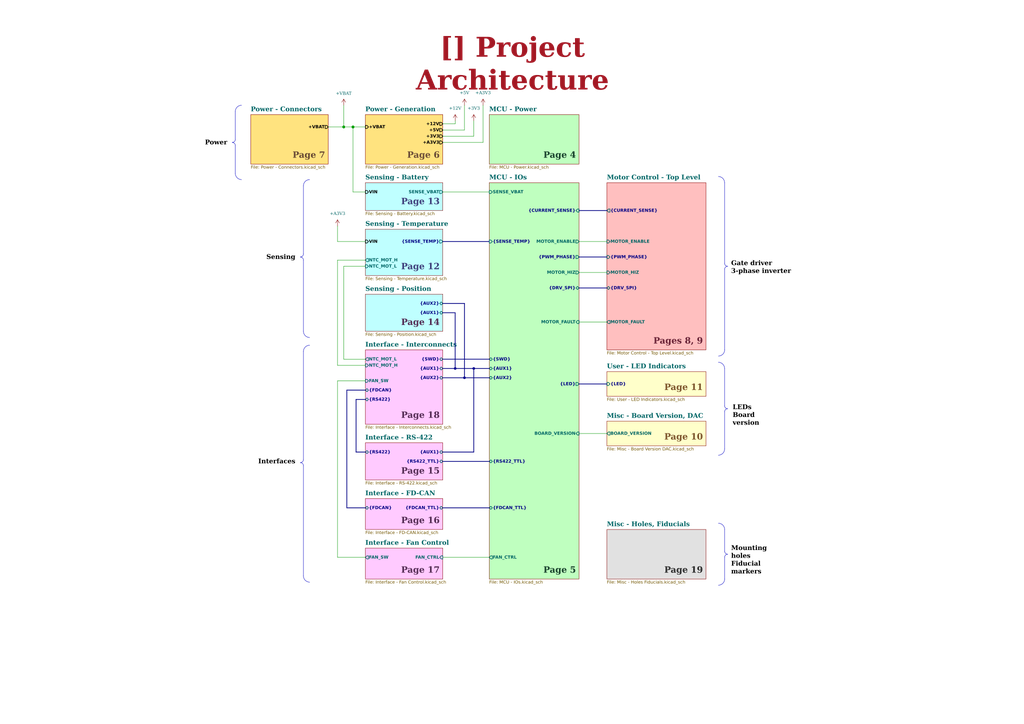
<source format=kicad_sch>
(kicad_sch
	(version 20231120)
	(generator "eeschema")
	(generator_version "8.0")
	(uuid "43756dca-f8f6-4179-bbe2-5af9585c666d")
	(paper "A3")
	(title_block
		(title "Project Architecture")
		(date "2023-12-22")
		(rev "${REVISION}")
		(company "${COMPANY}")
	)
	(lib_symbols
		(symbol "0_power_symbols:+A3V3"
			(power)
			(pin_names
				(offset 0)
			)
			(exclude_from_sim no)
			(in_bom yes)
			(on_board yes)
			(property "Reference" "#PWR"
				(at 0 -3.81 0)
				(effects
					(font
						(size 1.27 1.27)
					)
					(hide yes)
				)
			)
			(property "Value" "+A3V3"
				(at 0 3.556 0)
				(effects
					(font
						(size 1.27 1.27)
					)
				)
			)
			(property "Footprint" ""
				(at 0 0 0)
				(effects
					(font
						(size 1.27 1.27)
					)
					(hide yes)
				)
			)
			(property "Datasheet" ""
				(at 0 0 0)
				(effects
					(font
						(size 1.27 1.27)
					)
					(hide yes)
				)
			)
			(property "Description" "Power symbol creates a global label with name \"+A3V3\""
				(at 0 0 0)
				(effects
					(font
						(size 1.27 1.27)
					)
					(hide yes)
				)
			)
			(property "ki_keywords" "global power"
				(at 0 0 0)
				(effects
					(font
						(size 1.27 1.27)
					)
					(hide yes)
				)
			)
			(symbol "+A3V3_0_1"
				(polyline
					(pts
						(xy -0.762 1.27) (xy 0 2.54)
					)
					(stroke
						(width 0)
						(type default)
					)
					(fill
						(type none)
					)
				)
				(polyline
					(pts
						(xy 0 0) (xy 0 2.54)
					)
					(stroke
						(width 0)
						(type default)
					)
					(fill
						(type none)
					)
				)
				(polyline
					(pts
						(xy 0 2.54) (xy 0.762 1.27)
					)
					(stroke
						(width 0)
						(type default)
					)
					(fill
						(type none)
					)
				)
			)
			(symbol "+A3V3_1_1"
				(pin power_in line
					(at 0 0 90)
					(length 0) hide
					(name "+A3V3"
						(effects
							(font
								(size 1.27 1.27)
							)
						)
					)
					(number "1"
						(effects
							(font
								(size 1.27 1.27)
							)
						)
					)
				)
			)
		)
		(symbol "0_power_symbols:+VBAT"
			(power)
			(pin_names
				(offset 0)
			)
			(exclude_from_sim no)
			(in_bom yes)
			(on_board yes)
			(property "Reference" "#PWR"
				(at 0 -3.81 0)
				(effects
					(font
						(size 1.27 1.27)
					)
					(hide yes)
				)
			)
			(property "Value" "+VBAT"
				(at 0 3.556 0)
				(effects
					(font
						(size 1.27 1.27)
					)
				)
			)
			(property "Footprint" ""
				(at 0 0 0)
				(effects
					(font
						(size 1.27 1.27)
					)
					(hide yes)
				)
			)
			(property "Datasheet" ""
				(at 0 0 0)
				(effects
					(font
						(size 1.27 1.27)
					)
					(hide yes)
				)
			)
			(property "Description" "Power symbol creates a global label with name \"+VBAT\""
				(at 0 0 0)
				(effects
					(font
						(size 1.27 1.27)
					)
					(hide yes)
				)
			)
			(property "ki_keywords" "global power"
				(at 0 0 0)
				(effects
					(font
						(size 1.27 1.27)
					)
					(hide yes)
				)
			)
			(symbol "+VBAT_0_1"
				(polyline
					(pts
						(xy -0.762 1.27) (xy 0 2.54)
					)
					(stroke
						(width 0)
						(type default)
					)
					(fill
						(type none)
					)
				)
				(polyline
					(pts
						(xy 0 0) (xy 0 2.54)
					)
					(stroke
						(width 0)
						(type default)
					)
					(fill
						(type none)
					)
				)
				(polyline
					(pts
						(xy 0 2.54) (xy 0.762 1.27)
					)
					(stroke
						(width 0)
						(type default)
					)
					(fill
						(type none)
					)
				)
			)
			(symbol "+VBAT_1_1"
				(pin power_in line
					(at 0 0 90)
					(length 0) hide
					(name "+VBAT"
						(effects
							(font
								(size 1.27 1.27)
							)
						)
					)
					(number "1"
						(effects
							(font
								(size 1.27 1.27)
							)
						)
					)
				)
			)
		)
		(symbol "power:+12V"
			(power)
			(pin_names
				(offset 0)
			)
			(exclude_from_sim no)
			(in_bom yes)
			(on_board yes)
			(property "Reference" "#PWR"
				(at 0 -3.81 0)
				(effects
					(font
						(size 1.27 1.27)
					)
					(hide yes)
				)
			)
			(property "Value" "+12V"
				(at 0 3.556 0)
				(effects
					(font
						(size 1.27 1.27)
					)
				)
			)
			(property "Footprint" ""
				(at 0 0 0)
				(effects
					(font
						(size 1.27 1.27)
					)
					(hide yes)
				)
			)
			(property "Datasheet" ""
				(at 0 0 0)
				(effects
					(font
						(size 1.27 1.27)
					)
					(hide yes)
				)
			)
			(property "Description" "Power symbol creates a global label with name \"+12V\""
				(at 0 0 0)
				(effects
					(font
						(size 1.27 1.27)
					)
					(hide yes)
				)
			)
			(property "ki_keywords" "global power"
				(at 0 0 0)
				(effects
					(font
						(size 1.27 1.27)
					)
					(hide yes)
				)
			)
			(symbol "+12V_0_1"
				(polyline
					(pts
						(xy -0.762 1.27) (xy 0 2.54)
					)
					(stroke
						(width 0)
						(type default)
					)
					(fill
						(type none)
					)
				)
				(polyline
					(pts
						(xy 0 0) (xy 0 2.54)
					)
					(stroke
						(width 0)
						(type default)
					)
					(fill
						(type none)
					)
				)
				(polyline
					(pts
						(xy 0 2.54) (xy 0.762 1.27)
					)
					(stroke
						(width 0)
						(type default)
					)
					(fill
						(type none)
					)
				)
			)
			(symbol "+12V_1_1"
				(pin power_in line
					(at 0 0 90)
					(length 0) hide
					(name "+12V"
						(effects
							(font
								(size 1.27 1.27)
							)
						)
					)
					(number "1"
						(effects
							(font
								(size 1.27 1.27)
							)
						)
					)
				)
			)
		)
		(symbol "power:+3V3"
			(power)
			(pin_names
				(offset 0)
			)
			(exclude_from_sim no)
			(in_bom yes)
			(on_board yes)
			(property "Reference" "#PWR"
				(at 0 -3.81 0)
				(effects
					(font
						(size 1.27 1.27)
					)
					(hide yes)
				)
			)
			(property "Value" "+3V3"
				(at 0 3.556 0)
				(effects
					(font
						(size 1.27 1.27)
					)
				)
			)
			(property "Footprint" ""
				(at 0 0 0)
				(effects
					(font
						(size 1.27 1.27)
					)
					(hide yes)
				)
			)
			(property "Datasheet" ""
				(at 0 0 0)
				(effects
					(font
						(size 1.27 1.27)
					)
					(hide yes)
				)
			)
			(property "Description" "Power symbol creates a global label with name \"+3V3\""
				(at 0 0 0)
				(effects
					(font
						(size 1.27 1.27)
					)
					(hide yes)
				)
			)
			(property "ki_keywords" "global power"
				(at 0 0 0)
				(effects
					(font
						(size 1.27 1.27)
					)
					(hide yes)
				)
			)
			(symbol "+3V3_0_1"
				(polyline
					(pts
						(xy -0.762 1.27) (xy 0 2.54)
					)
					(stroke
						(width 0)
						(type default)
					)
					(fill
						(type none)
					)
				)
				(polyline
					(pts
						(xy 0 0) (xy 0 2.54)
					)
					(stroke
						(width 0)
						(type default)
					)
					(fill
						(type none)
					)
				)
				(polyline
					(pts
						(xy 0 2.54) (xy 0.762 1.27)
					)
					(stroke
						(width 0)
						(type default)
					)
					(fill
						(type none)
					)
				)
			)
			(symbol "+3V3_1_1"
				(pin power_in line
					(at 0 0 90)
					(length 0) hide
					(name "+3V3"
						(effects
							(font
								(size 1.27 1.27)
							)
						)
					)
					(number "1"
						(effects
							(font
								(size 1.27 1.27)
							)
						)
					)
				)
			)
		)
		(symbol "power:+5V"
			(power)
			(pin_names
				(offset 0)
			)
			(exclude_from_sim no)
			(in_bom yes)
			(on_board yes)
			(property "Reference" "#PWR"
				(at 0 -3.81 0)
				(effects
					(font
						(size 1.27 1.27)
					)
					(hide yes)
				)
			)
			(property "Value" "+5V"
				(at 0 3.556 0)
				(effects
					(font
						(size 1.27 1.27)
					)
				)
			)
			(property "Footprint" ""
				(at 0 0 0)
				(effects
					(font
						(size 1.27 1.27)
					)
					(hide yes)
				)
			)
			(property "Datasheet" ""
				(at 0 0 0)
				(effects
					(font
						(size 1.27 1.27)
					)
					(hide yes)
				)
			)
			(property "Description" "Power symbol creates a global label with name \"+5V\""
				(at 0 0 0)
				(effects
					(font
						(size 1.27 1.27)
					)
					(hide yes)
				)
			)
			(property "ki_keywords" "global power"
				(at 0 0 0)
				(effects
					(font
						(size 1.27 1.27)
					)
					(hide yes)
				)
			)
			(symbol "+5V_0_1"
				(polyline
					(pts
						(xy -0.762 1.27) (xy 0 2.54)
					)
					(stroke
						(width 0)
						(type default)
					)
					(fill
						(type none)
					)
				)
				(polyline
					(pts
						(xy 0 0) (xy 0 2.54)
					)
					(stroke
						(width 0)
						(type default)
					)
					(fill
						(type none)
					)
				)
				(polyline
					(pts
						(xy 0 2.54) (xy 0.762 1.27)
					)
					(stroke
						(width 0)
						(type default)
					)
					(fill
						(type none)
					)
				)
			)
			(symbol "+5V_1_1"
				(pin power_in line
					(at 0 0 90)
					(length 0) hide
					(name "+5V"
						(effects
							(font
								(size 1.27 1.27)
							)
						)
					)
					(number "1"
						(effects
							(font
								(size 1.27 1.27)
							)
						)
					)
				)
			)
		)
	)
	(junction
		(at 194.31 151.13)
		(diameter 0)
		(color 0 0 0 0)
		(uuid "0ed02927-deae-4358-9f12-440b0a6e0b09")
	)
	(junction
		(at 140.97 52.07)
		(diameter 1.016)
		(color 0 0 0 0)
		(uuid "1df1f19e-a28a-42cd-a5a6-9816ef39e3e3")
	)
	(junction
		(at 190.5 154.94)
		(diameter 0)
		(color 0 0 0 0)
		(uuid "221efa36-e07a-4d09-8cf4-d424051e2273")
	)
	(junction
		(at 186.69 151.13)
		(diameter 0)
		(color 0 0 0 0)
		(uuid "4dfb1d97-0774-472d-9a6f-32ea741bf24f")
	)
	(junction
		(at 144.78 52.07)
		(diameter 1.016)
		(color 0 0 0 0)
		(uuid "66edaba9-3be3-4e36-89d4-182ba600573e")
	)
	(bus
		(pts
			(xy 194.31 151.13) (xy 194.31 185.42)
		)
		(stroke
			(width 0)
			(type default)
		)
		(uuid "04b35fd7-64f3-4152-8b40-7073e170b7f3")
	)
	(wire
		(pts
			(xy 181.61 58.42) (xy 198.12 58.42)
		)
		(stroke
			(width 0)
			(type default)
		)
		(uuid "08923429-6bc8-4ed9-85ad-e9ed72c74e60")
	)
	(polyline
		(pts
			(xy 96.52 59.69) (xy 96.52 71.12)
		)
		(stroke
			(width 0)
			(type default)
		)
		(uuid "0a28924a-c170-4ccf-99a0-0ee6a261c931")
	)
	(bus
		(pts
			(xy 186.69 151.13) (xy 194.31 151.13)
		)
		(stroke
			(width 0)
			(type default)
		)
		(uuid "0e774cbb-8f8f-4735-9145-7d2937d1f8ff")
	)
	(polyline
		(pts
			(xy 124.46 104.14) (xy 124.46 76.2)
		)
		(stroke
			(width 0)
			(type default)
		)
		(uuid "0f54e00d-9f67-4648-91cb-f214b20c58e7")
	)
	(polyline
		(pts
			(xy 297.18 166.37) (xy 297.18 151.13)
		)
		(stroke
			(width 0)
			(type default)
		)
		(uuid "0fa284cd-04c7-45e6-8f90-083057efdd56")
	)
	(bus
		(pts
			(xy 186.69 151.13) (xy 186.69 128.27)
		)
		(stroke
			(width 0)
			(type default)
		)
		(uuid "11cd929d-916b-426f-a9fa-319db8ad3c5a")
	)
	(polyline
		(pts
			(xy 124.46 191.008) (xy 124.46 236.22)
		)
		(stroke
			(width 0)
			(type default)
		)
		(uuid "121cf86f-7046-45f5-a8b0-545868e7494d")
	)
	(wire
		(pts
			(xy 140.97 43.18) (xy 140.97 52.07)
		)
		(stroke
			(width 0)
			(type default)
		)
		(uuid "12989663-bf25-41e5-b1dd-ef6edee5b475")
	)
	(polyline
		(pts
			(xy 124.46 144.145) (xy 124.46 188.468)
		)
		(stroke
			(width 0)
			(type default)
		)
		(uuid "1645ed27-b16b-4ea2-a6b5-c6acf9135bbe")
	)
	(polyline
		(pts
			(xy 96.52 57.15) (xy 96.52 45.72)
		)
		(stroke
			(width 0)
			(type default)
		)
		(uuid "21168725-5182-44b6-bf91-a842cc570e7f")
	)
	(bus
		(pts
			(xy 190.5 154.94) (xy 200.66 154.94)
		)
		(stroke
			(width 0)
			(type default)
		)
		(uuid "21f56912-fa8a-40cf-ab23-4fd758b3849f")
	)
	(wire
		(pts
			(xy 186.69 49.53) (xy 186.69 50.8)
		)
		(stroke
			(width 0)
			(type default)
		)
		(uuid "27031da7-a8a8-478f-9ee9-9136f9797232")
	)
	(polyline
		(pts
			(xy 297.18 217.17) (xy 297.18 226.06)
		)
		(stroke
			(width 0)
			(type default)
		)
		(uuid "2c17ad62-60ec-4b57-9a4d-0749195aa8a4")
	)
	(bus
		(pts
			(xy 181.61 151.13) (xy 186.69 151.13)
		)
		(stroke
			(width 0)
			(type default)
		)
		(uuid "2fe8974f-fade-43ec-a499-617f0a7f46af")
	)
	(wire
		(pts
			(xy 237.49 177.8) (xy 248.92 177.8)
		)
		(stroke
			(width 0)
			(type default)
		)
		(uuid "318e7465-6778-4f02-bc6b-82f639652600")
	)
	(polyline
		(pts
			(xy 297.18 110.49) (xy 297.18 143.51)
		)
		(stroke
			(width 0)
			(type default)
		)
		(uuid "36e50615-0ab0-4b30-be22-f7d37f40e086")
	)
	(wire
		(pts
			(xy 134.62 52.07) (xy 140.97 52.07)
		)
		(stroke
			(width 0)
			(type default)
		)
		(uuid "3820d3e7-6662-490f-ae4c-7e52ba83f687")
	)
	(bus
		(pts
			(xy 146.05 185.42) (xy 149.86 185.42)
		)
		(stroke
			(width 0)
			(type default)
		)
		(uuid "3835aaf3-004d-47d5-b0c7-715c85def4d6")
	)
	(wire
		(pts
			(xy 194.31 49.53) (xy 194.31 55.88)
		)
		(stroke
			(width 0)
			(type default)
		)
		(uuid "3bb2dd95-c33f-4728-b707-3b10987adf4e")
	)
	(wire
		(pts
			(xy 190.5 43.18) (xy 190.5 53.34)
		)
		(stroke
			(width 0)
			(type default)
		)
		(uuid "3d2ae3d0-c6a1-43d9-a34f-85241e1dfe95")
	)
	(wire
		(pts
			(xy 140.97 109.22) (xy 149.86 109.22)
		)
		(stroke
			(width 0)
			(type default)
		)
		(uuid "41454d3c-5482-404f-a105-e2df381e5d77")
	)
	(bus
		(pts
			(xy 146.05 163.83) (xy 146.05 185.42)
		)
		(stroke
			(width 0)
			(type default)
		)
		(uuid "481e18a8-3920-418e-8a17-ed2c731224d4")
	)
	(bus
		(pts
			(xy 142.24 160.02) (xy 149.86 160.02)
		)
		(stroke
			(width 0)
			(type default)
		)
		(uuid "483f848c-7ad0-4517-8c18-573fe3c4d09f")
	)
	(bus
		(pts
			(xy 149.86 208.28) (xy 142.24 208.28)
		)
		(stroke
			(width 0)
			(type default)
		)
		(uuid "4971cc74-db27-4c5e-bae2-d94631f55a23")
	)
	(polyline
		(pts
			(xy 124.46 106.68) (xy 124.46 135.89)
		)
		(stroke
			(width 0)
			(type default)
		)
		(uuid "4f0d5b7e-ab9d-4e9f-943f-181fb21aac6d")
	)
	(wire
		(pts
			(xy 149.86 149.86) (xy 138.43 149.86)
		)
		(stroke
			(width 0)
			(type default)
		)
		(uuid "58241676-2c14-44c9-9746-452ad4c7c5bc")
	)
	(wire
		(pts
			(xy 198.12 43.18) (xy 198.12 58.42)
		)
		(stroke
			(width 0)
			(type default)
		)
		(uuid "5c2a9f6e-6b0e-48ff-9220-1e0a8c4e6987")
	)
	(bus
		(pts
			(xy 237.49 86.36) (xy 248.92 86.36)
		)
		(stroke
			(width 0)
			(type default)
		)
		(uuid "5c2d9cf4-733d-4dd4-88d1-0b24e2e54d23")
	)
	(polyline
		(pts
			(xy 297.18 168.91) (xy 297.18 184.15)
		)
		(stroke
			(width 0)
			(type default)
		)
		(uuid "5d6ea88f-e5f3-4d5d-8c37-8a7dd14879a5")
	)
	(wire
		(pts
			(xy 144.78 52.07) (xy 144.78 78.74)
		)
		(stroke
			(width 0)
			(type default)
		)
		(uuid "61b59198-ded8-47dd-8dcc-bc349fccda77")
	)
	(wire
		(pts
			(xy 237.49 111.76) (xy 248.92 111.76)
		)
		(stroke
			(width 0)
			(type default)
		)
		(uuid "655f93e1-0fd2-4d49-8190-12d644006e9a")
	)
	(bus
		(pts
			(xy 190.5 124.46) (xy 181.61 124.46)
		)
		(stroke
			(width 0)
			(type default)
		)
		(uuid "6fe9ee5f-93ec-4c9c-855d-8bc74395dc62")
	)
	(wire
		(pts
			(xy 181.61 78.74) (xy 200.66 78.74)
		)
		(stroke
			(width 0)
			(type default)
		)
		(uuid "73aca0e6-a3a5-4094-b4d4-65f37c4e05e9")
	)
	(bus
		(pts
			(xy 181.61 147.32) (xy 200.66 147.32)
		)
		(stroke
			(width 0)
			(type default)
		)
		(uuid "75efc47a-84be-4046-8d26-edb1cda7311a")
	)
	(wire
		(pts
			(xy 237.49 99.06) (xy 248.92 99.06)
		)
		(stroke
			(width 0)
			(type default)
		)
		(uuid "77fa60fc-8b71-4dea-86f5-e72261336ac8")
	)
	(wire
		(pts
			(xy 144.78 52.07) (xy 149.86 52.07)
		)
		(stroke
			(width 0)
			(type default)
		)
		(uuid "7d39a7b0-9467-48e7-8e0d-5c40f992311c")
	)
	(bus
		(pts
			(xy 194.31 151.13) (xy 200.66 151.13)
		)
		(stroke
			(width 0)
			(type default)
		)
		(uuid "852fec8c-9d50-4572-a75d-2bacc1e06da7")
	)
	(wire
		(pts
			(xy 138.43 92.71) (xy 138.43 99.06)
		)
		(stroke
			(width 0)
			(type default)
		)
		(uuid "8806d51b-0f90-4f72-b7ea-f326de0044ee")
	)
	(bus
		(pts
			(xy 181.61 154.94) (xy 190.5 154.94)
		)
		(stroke
			(width 0)
			(type default)
		)
		(uuid "886e9afa-2f2b-4469-94a0-0850f9f10535")
	)
	(bus
		(pts
			(xy 237.49 105.41) (xy 248.92 105.41)
		)
		(stroke
			(width 0)
			(type default)
		)
		(uuid "89e2848f-14b3-4f91-80e6-35525ffa97ef")
	)
	(wire
		(pts
			(xy 140.97 147.32) (xy 140.97 109.22)
		)
		(stroke
			(width 0)
			(type default)
		)
		(uuid "8d21bd4b-ddd1-45e1-9242-91c1aaeea785")
	)
	(bus
		(pts
			(xy 181.61 99.06) (xy 200.66 99.06)
		)
		(stroke
			(width 0)
			(type default)
		)
		(uuid "91fee118-4c51-4690-aee2-e7aca90dd2ae")
	)
	(wire
		(pts
			(xy 149.86 147.32) (xy 140.97 147.32)
		)
		(stroke
			(width 0)
			(type default)
		)
		(uuid "95ceaaa5-4dcc-47a3-b398-bcf9a368e745")
	)
	(wire
		(pts
			(xy 181.61 55.88) (xy 194.31 55.88)
		)
		(stroke
			(width 0)
			(type default)
		)
		(uuid "997fc652-baf2-40c2-8884-284709e539aa")
	)
	(polyline
		(pts
			(xy 297.18 74.93) (xy 297.18 107.95)
		)
		(stroke
			(width 0)
			(type default)
		)
		(uuid "aaa14a41-4440-4400-bb4c-7eff84980e8a")
	)
	(bus
		(pts
			(xy 190.5 154.94) (xy 190.5 124.46)
		)
		(stroke
			(width 0)
			(type default)
		)
		(uuid "acc7e5ee-55f2-4642-a1b8-37b1cc7bebe5")
	)
	(wire
		(pts
			(xy 138.43 156.21) (xy 138.43 228.6)
		)
		(stroke
			(width 0)
			(type default)
		)
		(uuid "acf856bd-627d-4474-bbdf-53460d1f8aa0")
	)
	(bus
		(pts
			(xy 237.49 157.48) (xy 248.92 157.48)
		)
		(stroke
			(width 0)
			(type default)
		)
		(uuid "afab18d2-2c2b-4c9b-b65c-01eaabb291f9")
	)
	(bus
		(pts
			(xy 149.86 163.83) (xy 146.05 163.83)
		)
		(stroke
			(width 0)
			(type default)
		)
		(uuid "b3d6dc0a-5006-41d7-91d8-c59f81eaf22b")
	)
	(wire
		(pts
			(xy 186.69 50.8) (xy 181.61 50.8)
		)
		(stroke
			(width 0)
			(type default)
		)
		(uuid "b43f0aab-bcd4-43b7-8007-aa949305d359")
	)
	(wire
		(pts
			(xy 181.61 53.34) (xy 190.5 53.34)
		)
		(stroke
			(width 0)
			(type default)
		)
		(uuid "bb1f66ef-5765-4434-89a7-a0c9ec817bd2")
	)
	(wire
		(pts
			(xy 144.78 78.74) (xy 149.86 78.74)
		)
		(stroke
			(width 0)
			(type default)
		)
		(uuid "bc3ca3bb-b0bb-4415-9aba-da48baac9faf")
	)
	(bus
		(pts
			(xy 181.61 189.23) (xy 200.66 189.23)
		)
		(stroke
			(width 0)
			(type default)
		)
		(uuid "bccb3fe6-e51b-48e8-952b-e9eef65132ee")
	)
	(wire
		(pts
			(xy 138.43 228.6) (xy 149.86 228.6)
		)
		(stroke
			(width 0)
			(type default)
		)
		(uuid "c194aed7-2699-4184-ab0d-41e366ca25e2")
	)
	(wire
		(pts
			(xy 181.61 228.6) (xy 200.66 228.6)
		)
		(stroke
			(width 0)
			(type default)
		)
		(uuid "c4c0bdea-6057-49a0-ba49-d3b443512dea")
	)
	(bus
		(pts
			(xy 181.61 185.42) (xy 194.31 185.42)
		)
		(stroke
			(width 0)
			(type default)
		)
		(uuid "c6460597-ab0b-4f86-b367-b7e8b8379f81")
	)
	(wire
		(pts
			(xy 140.97 52.07) (xy 144.78 52.07)
		)
		(stroke
			(width 0)
			(type default)
		)
		(uuid "c656f95b-5ed6-461f-9712-d7fee1d24191")
	)
	(polyline
		(pts
			(xy 297.18 228.6) (xy 297.18 237.49)
		)
		(stroke
			(width 0)
			(type default)
		)
		(uuid "c7aebd53-5845-448c-a3ec-302730c4b2eb")
	)
	(bus
		(pts
			(xy 142.24 160.02) (xy 142.24 208.28)
		)
		(stroke
			(width 0)
			(type default)
		)
		(uuid "cc2ce95f-179e-49dc-b114-9b982fe795cc")
	)
	(wire
		(pts
			(xy 237.49 132.08) (xy 248.92 132.08)
		)
		(stroke
			(width 0)
			(type default)
		)
		(uuid "d371530d-085d-4123-a3d7-9808a0ff50bb")
	)
	(bus
		(pts
			(xy 186.69 128.27) (xy 181.61 128.27)
		)
		(stroke
			(width 0)
			(type default)
		)
		(uuid "d8b4b927-ce38-4b4d-8b82-9d897d23f647")
	)
	(wire
		(pts
			(xy 149.86 156.21) (xy 138.43 156.21)
		)
		(stroke
			(width 0)
			(type default)
		)
		(uuid "ebd46580-039c-4688-a79e-b2e5799425c0")
	)
	(bus
		(pts
			(xy 181.61 208.28) (xy 200.66 208.28)
		)
		(stroke
			(width 0)
			(type default)
		)
		(uuid "f06b8b17-48fb-4449-bb9f-ce13a7b8b18e")
	)
	(wire
		(pts
			(xy 138.43 99.06) (xy 149.86 99.06)
		)
		(stroke
			(width 0)
			(type default)
		)
		(uuid "f521e8cd-eb5c-4503-a3e6-3ef535ea0ffa")
	)
	(bus
		(pts
			(xy 237.49 118.11) (xy 248.92 118.11)
		)
		(stroke
			(width 0)
			(type default)
		)
		(uuid "fd7ba6f0-c53e-40c0-a7f7-84df97f0d5a0")
	)
	(wire
		(pts
			(xy 138.43 106.68) (xy 149.86 106.68)
		)
		(stroke
			(width 0)
			(type default)
		)
		(uuid "ff10d567-13fd-465d-ab7b-1279d245d0ba")
	)
	(wire
		(pts
			(xy 138.43 149.86) (xy 138.43 106.68)
		)
		(stroke
			(width 0)
			(type default)
		)
		(uuid "ff861dda-3a1e-4f03-ab64-8ac3e69d0e13")
	)
	(arc
		(start 96.52 45.72)
		(mid 97.2639 43.9239)
		(end 99.06 43.18)
		(stroke
			(width 0)
			(type default)
		)
		(fill
			(type none)
		)
		(uuid 019d52a7-4525-4beb-af45-3a6777165807)
	)
	(arc
		(start 297.2 237.47)
		(mid 296.4561 239.2661)
		(end 294.66 240.01)
		(stroke
			(width 0)
			(type default)
		)
		(fill
			(type none)
		)
		(uuid 0dbc5bc1-d6db-401a-a99e-6d77e3a5e431)
	)
	(arc
		(start 297.2 143.49)
		(mid 296.4561 145.2861)
		(end 294.66 146.03)
		(stroke
			(width 0)
			(type default)
		)
		(fill
			(type none)
		)
		(uuid 21b2b82f-6fd9-4327-acf9-6bfd20c5825c)
	)
	(arc
		(start 127 238.76)
		(mid 125.2098 238.0102)
		(end 124.46 236.22)
		(stroke
			(width 0)
			(type default)
		)
		(fill
			(type none)
		)
		(uuid 25bcc470-ed79-4d41-90fd-bfd14dc16f53)
	)
	(arc
		(start 298.45 109.22)
		(mid 297.5549 108.8451)
		(end 297.18 107.95)
		(stroke
			(width 0)
			(type default)
		)
		(fill
			(type none)
		)
		(uuid 25d9c873-675e-4a2a-8e02-a0168dec422b)
	)
	(arc
		(start 124.46 104.14)
		(mid 124.0851 105.0351)
		(end 123.19 105.41)
		(stroke
			(width 0)
			(type default)
		)
		(fill
			(type none)
		)
		(uuid 2bcd8b2a-2446-46d9-b4aa-ff4e42b45c40)
	)
	(arc
		(start 297.18 110.49)
		(mid 297.5549 109.5949)
		(end 298.45 109.22)
		(stroke
			(width 0)
			(type default)
		)
		(fill
			(type none)
		)
		(uuid 2f5f8999-fbef-4eef-bc4e-e81e74609d5a)
	)
	(arc
		(start 298.45 167.64)
		(mid 297.5549 167.2651)
		(end 297.18 166.37)
		(stroke
			(width 0)
			(type default)
		)
		(fill
			(type none)
		)
		(uuid 45c0cffb-1763-47b8-9e28-1253beac27a7)
	)
	(arc
		(start 297.18 184.15)
		(mid 296.4361 185.9461)
		(end 294.64 186.69)
		(stroke
			(width 0)
			(type default)
		)
		(fill
			(type none)
		)
		(uuid 4f34c37c-2f27-4f46-929b-30456d402e29)
	)
	(arc
		(start 124.46 188.468)
		(mid 124.084 189.3634)
		(end 123.19 189.738)
		(stroke
			(width 0)
			(type default)
		)
		(fill
			(type none)
		)
		(uuid 57f05886-6f8d-4243-b45b-78918b1fc736)
	)
	(arc
		(start 297.2 228.58)
		(mid 297.5749 227.6849)
		(end 298.47 227.31)
		(stroke
			(width 0)
			(type default)
		)
		(fill
			(type none)
		)
		(uuid 586969ea-175c-45a4-a993-e016dece61be)
	)
	(arc
		(start 124.46 144.145)
		(mid 125.2039 142.3489)
		(end 127 141.605)
		(stroke
			(width 0)
			(type default)
		)
		(fill
			(type none)
		)
		(uuid 59f17fed-061c-4549-bc61-e0b4eea7626f)
	)
	(arc
		(start 99.06 73.66)
		(mid 97.2698 72.9102)
		(end 96.52 71.12)
		(stroke
			(width 0)
			(type default)
		)
		(fill
			(type none)
		)
		(uuid 5fea2fce-7dd0-4b9a-8b4a-f92cf32f9264)
	)
	(arc
		(start 95.25 58.42)
		(mid 96.1451 58.7949)
		(end 96.52 59.69)
		(stroke
			(width 0)
			(type default)
		)
		(fill
			(type none)
		)
		(uuid 8c8c2e9c-3bde-4317-8ae0-471091e1fb10)
	)
	(arc
		(start 123.19 105.41)
		(mid 124.0851 105.7849)
		(end 124.46 106.68)
		(stroke
			(width 0)
			(type default)
		)
		(fill
			(type none)
		)
		(uuid 94092680-6adc-4dc5-9faf-a5414720ab25)
	)
	(arc
		(start 294.64 72.39)
		(mid 296.4302 73.1398)
		(end 297.18 74.93)
		(stroke
			(width 0)
			(type default)
		)
		(fill
			(type none)
		)
		(uuid 9dfbe0fb-211b-4a6c-ad3a-513589a2e52a)
	)
	(arc
		(start 298.47 227.31)
		(mid 297.5749 226.9351)
		(end 297.2 226.04)
		(stroke
			(width 0)
			(type default)
		)
		(fill
			(type none)
		)
		(uuid b5a3277f-290f-4a59-a34e-0d2686874de2)
	)
	(arc
		(start 123.19 189.738)
		(mid 124.0834 190.1132)
		(end 124.46 191.008)
		(stroke
			(width 0)
			(type default)
		)
		(fill
			(type none)
		)
		(uuid c681206e-2d9c-42c0-be4b-a72b48ccf3cb)
	)
	(arc
		(start 297.18 168.91)
		(mid 297.5549 168.0149)
		(end 298.45 167.64)
		(stroke
			(width 0)
			(type default)
		)
		(fill
			(type none)
		)
		(uuid d1908105-06de-4948-8654-b3648aff86f9)
	)
	(arc
		(start 127 138.43)
		(mid 125.2098 137.6802)
		(end 124.46 135.89)
		(stroke
			(width 0)
			(type default)
		)
		(fill
			(type none)
		)
		(uuid d6217bfb-aa38-4960-9754-522c280b2321)
	)
	(arc
		(start 124.46 76.2)
		(mid 125.2039 74.4039)
		(end 127 73.66)
		(stroke
			(width 0)
			(type default)
		)
		(fill
			(type none)
		)
		(uuid d73c38b3-70ac-4d4e-9573-be579f4745b8)
	)
	(arc
		(start 294.64 148.59)
		(mid 296.4302 149.3398)
		(end 297.18 151.13)
		(stroke
			(width 0)
			(type default)
		)
		(fill
			(type none)
		)
		(uuid e0f049d8-25fb-4623-9fc0-aa1d2c41c1b4)
	)
	(arc
		(start 96.52 57.15)
		(mid 96.1451 58.0451)
		(end 95.25 58.42)
		(stroke
			(width 0)
			(type default)
		)
		(fill
			(type none)
		)
		(uuid e8712bba-9224-4203-888b-9a24630260dd)
	)
	(arc
		(start 294.66 214.61)
		(mid 296.4502 215.3598)
		(end 297.2 217.15)
		(stroke
			(width 0)
			(type default)
		)
		(fill
			(type none)
		)
		(uuid f268b7c7-23d1-4119-b6a3-dfab0bb31da8)
	)
	(text_box "Power"
		(exclude_from_sim no)
		(at 81.28 55.88 0)
		(size 13.335 5.08)
		(stroke
			(width -0.0001)
			(type default)
		)
		(fill
			(type none)
		)
		(effects
			(font
				(face "Times New Roman")
				(size 1.905 1.905)
				(thickness 0.381)
				(bold yes)
				(color 0 0 0 1)
			)
			(justify right top)
		)
		(uuid "0320e4e2-3370-4608-a949-9e140a920c8f")
	)
	(text_box "Interfaces"
		(exclude_from_sim no)
		(at 102.87 186.69 0)
		(size 19.685 10.16)
		(stroke
			(width -0.0001)
			(type default)
		)
		(fill
			(type none)
		)
		(effects
			(font
				(face "Times New Roman")
				(size 1.905 1.905)
				(thickness 0.381)
				(bold yes)
				(color 0 0 0 1)
			)
			(justify right top)
		)
		(uuid "17cfa690-3fd6-4ac6-9f2d-78882c78250e")
	)
	(text_box "Sensing"
		(exclude_from_sim no)
		(at 109.22 102.87 0)
		(size 13.335 5.08)
		(stroke
			(width -0.0001)
			(type default)
		)
		(fill
			(type none)
		)
		(effects
			(font
				(face "Times New Roman")
				(size 1.905 1.905)
				(thickness 0.381)
				(bold yes)
				(color 0 0 0 1)
			)
			(justify right top)
		)
		(uuid "20f6c7c7-4ed3-474c-a055-d2f6c73f48b8")
	)
	(text_box "[${#}] ${TITLE}"
		(exclude_from_sim no)
		(at 144.78 20.32 0)
		(size 130.81 12.7)
		(stroke
			(width -0.0001)
			(type default)
		)
		(fill
			(type none)
		)
		(effects
			(font
				(face "Times New Roman")
				(size 8 8)
				(thickness 1.2)
				(bold yes)
				(color 162 22 34 1)
			)
		)
		(uuid "7fa5cc40-6c97-487c-9cc7-412504f68533")
	)
	(text_box "LEDs\nBoard version"
		(exclude_from_sim no)
		(at 299.085 164.465 0)
		(size 20.955 7.62)
		(stroke
			(width -0.0001)
			(type default)
		)
		(fill
			(type none)
		)
		(effects
			(font
				(face "Times New Roman")
				(size 1.905 1.905)
				(thickness 0.381)
				(bold yes)
				(color 0 0 0 1)
			)
			(justify left top)
		)
		(uuid "8ba0ff44-238c-4fc5-80e9-c11cd11cdcdd")
	)
	(text_box "Mounting holes\nFiducial markers"
		(exclude_from_sim no)
		(at 298.45 222.25 0)
		(size 26.015 10.18)
		(stroke
			(width -0.0001)
			(type default)
		)
		(fill
			(type none)
		)
		(effects
			(font
				(face "Times New Roman")
				(size 1.905 1.905)
				(thickness 0.381)
				(bold yes)
				(color 0 0 0 1)
			)
			(justify left top)
		)
		(uuid "a4dfa8f7-dc8d-408d-bf5c-65d8530da917")
	)
	(text_box "Gate driver\n3-phase inverter"
		(exclude_from_sim no)
		(at 298.45 105.41 0)
		(size 29.21 10.16)
		(stroke
			(width -0.0001)
			(type default)
		)
		(fill
			(type none)
		)
		(effects
			(font
				(face "Times New Roman")
				(size 1.905 1.905)
				(thickness 0.381)
				(bold yes)
				(color 0 0 0 1)
			)
			(justify left top)
		)
		(uuid "aeb5df8e-2a20-445a-af56-8da8d962089f")
	)
	(text "Page 18"
		(exclude_from_sim no)
		(at 180.34 172.72 0)
		(effects
			(font
				(face "Times New Roman")
				(size 2.54 2.54)
				(bold yes)
				(color 80 40 80 1)
			)
			(justify right bottom)
			(href "#18")
		)
		(uuid "36f4dea3-cc3a-4cba-9799-700f9e4e4c10")
	)
	(text "Page 13"
		(exclude_from_sim no)
		(at 180.34 85.09 0)
		(effects
			(font
				(face "Times New Roman")
				(size 2.54 2.54)
				(bold yes)
				(color 60 60 120 1)
			)
			(justify right bottom)
			(href "#13")
		)
		(uuid "45ffc8e2-516f-41cf-9274-df5ba4358636")
	)
	(text "Page 16"
		(exclude_from_sim no)
		(at 180.34 215.9 0)
		(effects
			(font
				(face "Times New Roman")
				(size 2.54 2.54)
				(bold yes)
				(color 80 40 80 1)
			)
			(justify right bottom)
			(href "#16")
		)
		(uuid "4fc86f28-4935-446d-8b60-179e14828f2d")
	)
	(text "Page 12"
		(exclude_from_sim no)
		(at 180.34 111.76 0)
		(effects
			(font
				(face "Times New Roman")
				(size 2.54 2.54)
				(bold yes)
				(color 60 60 120 1)
			)
			(justify right bottom)
			(href "#12")
		)
		(uuid "50581b8a-c0a6-486f-b29e-ecc0d5c948c8")
	)
	(text "Page 10"
		(exclude_from_sim no)
		(at 288.29 181.61 0)
		(effects
			(font
				(face "Times New Roman")
				(size 2.54 2.54)
				(bold yes)
				(color 120 80 40 1)
			)
			(justify right bottom)
			(href "#10")
		)
		(uuid "6199b38b-bd85-4ab3-bb65-2e7d96b327de")
	)
	(text "Page 7"
		(exclude_from_sim no)
		(at 133.35 66.04 0)
		(effects
			(font
				(face "Times New Roman")
				(size 2.54 2.54)
				(bold yes)
				(color 100 70 50 1)
			)
			(justify right bottom)
			(href "#7")
		)
		(uuid "6201a6d2-04a8-4213-a6b8-761d32000674")
	)
	(text "Page 17"
		(exclude_from_sim no)
		(at 180.34 236.22 0)
		(effects
			(font
				(face "Times New Roman")
				(size 2.54 2.54)
				(bold yes)
				(color 80 40 80 1)
			)
			(justify right bottom)
			(href "#17")
		)
		(uuid "701f7a46-dde8-4808-a8f1-b02b9af8facf")
	)
	(text "Pages 8, 9"
		(exclude_from_sim no)
		(at 288.29 142.24 0)
		(effects
			(font
				(face "Times New Roman")
				(size 2.54 2.54)
				(bold yes)
				(color 100 30 50 1)
			)
			(justify right bottom)
			(href "#8")
		)
		(uuid "7060330e-3bed-4a1b-b19a-f8b0cdfcb79d")
	)
	(text "Page 11"
		(exclude_from_sim no)
		(at 288.29 161.29 0)
		(effects
			(font
				(face "Times New Roman")
				(size 2.54 2.54)
				(bold yes)
				(color 120 80 40 1)
			)
			(justify right bottom)
			(href "#11")
		)
		(uuid "72668aa7-0c75-488d-8920-ba23aa0c8db0")
	)
	(text "Page 6"
		(exclude_from_sim no)
		(at 180.34 66.04 0)
		(effects
			(font
				(face "Times New Roman")
				(size 2.54 2.54)
				(bold yes)
				(color 100 70 50 1)
			)
			(justify right bottom)
			(href "#6")
		)
		(uuid "920730cc-45d5-4cf0-9f69-5035c63aa3ca")
	)
	(text "Page 14"
		(exclude_from_sim no)
		(at 180.34 134.62 0)
		(effects
			(font
				(face "Times New Roman")
				(size 2.54 2.54)
				(bold yes)
				(color 80 40 80 1)
			)
			(justify right bottom)
			(href "#14")
		)
		(uuid "944c5477-fc68-434c-a1d4-46e2deb2f253")
	)
	(text "Page 4"
		(exclude_from_sim no)
		(at 236.22 66.04 0)
		(effects
			(font
				(face "Times New Roman")
				(size 2.54 2.54)
				(bold yes)
				(color 20 60 40 1)
			)
			(justify right bottom)
			(href "#4")
		)
		(uuid "978bb74e-ca07-4b21-b2dc-19b812f717e9")
	)
	(text "Page 19"
		(exclude_from_sim no)
		(at 288.29 236.22 0)
		(effects
			(font
				(face "Times New Roman")
				(size 2.54 2.54)
				(bold yes)
				(color 35 35 35 1)
			)
			(justify right bottom)
			(href "#19")
		)
		(uuid "b607eddf-c6ba-4f1f-82a1-0bd4f1df4814")
	)
	(text "Page 5"
		(exclude_from_sim no)
		(at 236.22 236.22 0)
		(effects
			(font
				(face "Times New Roman")
				(size 2.54 2.54)
				(bold yes)
				(color 20 60 40 1)
			)
			(justify right bottom)
			(href "#5")
		)
		(uuid "c54c21a6-b82f-4883-adfa-9cf31abe82f0")
	)
	(text "Page 15"
		(exclude_from_sim no)
		(at 180.34 195.58 0)
		(effects
			(font
				(face "Times New Roman")
				(size 2.54 2.54)
				(bold yes)
				(color 80 40 80 1)
			)
			(justify right bottom)
			(href "#15")
		)
		(uuid "dd3cc739-707f-415d-82ed-67f2ae0c4c62")
	)
	(symbol
		(lib_id "0_power_symbols:+A3V3")
		(at 198.12 43.18 0)
		(unit 1)
		(exclude_from_sim no)
		(in_bom yes)
		(on_board yes)
		(dnp no)
		(fields_autoplaced yes)
		(uuid "40c61859-b5da-4b2f-9dae-1177055b1292")
		(property "Reference" "#PWR06"
			(at 198.12 46.99 0)
			(effects
				(font
					(face "Times New Roman")
					(size 1.27 1.27)
				)
				(hide yes)
			)
		)
		(property "Value" "+A3V3"
			(at 198.12 38.1 0)
			(effects
				(font
					(face "Times New Roman")
					(size 1.27 1.27)
				)
			)
		)
		(property "Footprint" ""
			(at 198.12 43.18 0)
			(effects
				(font
					(face "Times New Roman")
					(size 1.27 1.27)
				)
				(hide yes)
			)
		)
		(property "Datasheet" ""
			(at 198.12 43.18 0)
			(effects
				(font
					(face "Times New Roman")
					(size 1.27 1.27)
				)
				(hide yes)
			)
		)
		(property "Description" ""
			(at 198.12 43.18 0)
			(effects
				(font
					(face "Times New Roman")
					(size 1.27 1.27)
				)
				(hide yes)
			)
		)
		(pin "1"
			(uuid "0e636921-8e89-441f-96de-cbe3705397aa")
		)
		(instances
			(project "pcb2blender_tmp"
				(path "/0650c7a8-acba-429c-9f8e-eec0baf0bc1c"
					(reference "#PWR06")
					(unit 1)
				)
				(path "/0650c7a8-acba-429c-9f8e-eec0baf0bc1c/fede4c36-00cc-4d3d-b71c-5243ba232202"
					(reference "#PWR06")
					(unit 1)
				)
			)
		)
	)
	(symbol
		(lib_id "power:+5V")
		(at 190.5 43.18 0)
		(unit 1)
		(exclude_from_sim no)
		(in_bom yes)
		(on_board yes)
		(dnp no)
		(fields_autoplaced yes)
		(uuid "4323f50b-f2b6-4ff1-9ca5-2f80b65846a4")
		(property "Reference" "#PWR04"
			(at 190.5 46.99 0)
			(effects
				(font
					(face "Times New Roman")
					(size 1.27 1.27)
				)
				(hide yes)
			)
		)
		(property "Value" "+5V"
			(at 190.5 38.1 0)
			(effects
				(font
					(face "Times New Roman")
					(size 1.27 1.27)
				)
			)
		)
		(property "Footprint" ""
			(at 190.5 43.18 0)
			(effects
				(font
					(face "Times New Roman")
					(size 1.27 1.27)
				)
				(hide yes)
			)
		)
		(property "Datasheet" ""
			(at 190.5 43.18 0)
			(effects
				(font
					(face "Times New Roman")
					(size 1.27 1.27)
				)
				(hide yes)
			)
		)
		(property "Description" ""
			(at 190.5 43.18 0)
			(effects
				(font
					(face "Times New Roman")
					(size 1.27 1.27)
				)
				(hide yes)
			)
		)
		(pin "1"
			(uuid "b9211bca-3b05-4376-9a0f-b57a17f800aa")
		)
		(instances
			(project "pcb2blender_tmp"
				(path "/0650c7a8-acba-429c-9f8e-eec0baf0bc1c"
					(reference "#PWR04")
					(unit 1)
				)
				(path "/0650c7a8-acba-429c-9f8e-eec0baf0bc1c/fede4c36-00cc-4d3d-b71c-5243ba232202"
					(reference "#PWR04")
					(unit 1)
				)
			)
		)
	)
	(symbol
		(lib_id "0_power_symbols:+A3V3")
		(at 138.43 92.71 0)
		(unit 1)
		(exclude_from_sim no)
		(in_bom yes)
		(on_board yes)
		(dnp no)
		(fields_autoplaced yes)
		(uuid "9c28d541-3ecc-468c-93b0-927000d5b2d8")
		(property "Reference" "#PWR01"
			(at 138.43 96.52 0)
			(effects
				(font
					(face "Times New Roman")
					(size 1.27 1.27)
				)
				(hide yes)
			)
		)
		(property "Value" "+A3V3"
			(at 138.43 87.63 0)
			(effects
				(font
					(face "Times New Roman")
					(size 1.27 1.27)
				)
			)
		)
		(property "Footprint" ""
			(at 138.43 92.71 0)
			(effects
				(font
					(face "Times New Roman")
					(size 1.27 1.27)
				)
				(hide yes)
			)
		)
		(property "Datasheet" ""
			(at 138.43 92.71 0)
			(effects
				(font
					(face "Times New Roman")
					(size 1.27 1.27)
				)
				(hide yes)
			)
		)
		(property "Description" ""
			(at 138.43 92.71 0)
			(effects
				(font
					(face "Times New Roman")
					(size 1.27 1.27)
				)
				(hide yes)
			)
		)
		(pin "1"
			(uuid "be7b0661-3521-45c7-92d4-9ef1d4252a1f")
		)
		(instances
			(project "pcb2blender_tmp"
				(path "/0650c7a8-acba-429c-9f8e-eec0baf0bc1c"
					(reference "#PWR01")
					(unit 1)
				)
				(path "/0650c7a8-acba-429c-9f8e-eec0baf0bc1c/fede4c36-00cc-4d3d-b71c-5243ba232202"
					(reference "#PWR01")
					(unit 1)
				)
			)
		)
	)
	(symbol
		(lib_id "power:+3V3")
		(at 194.31 49.53 0)
		(unit 1)
		(exclude_from_sim no)
		(in_bom yes)
		(on_board yes)
		(dnp no)
		(uuid "a687ef08-d51f-4e13-abd5-458f9edc43a8")
		(property "Reference" "#PWR05"
			(at 194.31 53.34 0)
			(effects
				(font
					(face "Times New Roman")
					(size 1.27 1.27)
				)
				(hide yes)
			)
		)
		(property "Value" "+3V3"
			(at 194.31 44.45 0)
			(effects
				(font
					(face "Times New Roman")
					(size 1.27 1.27)
				)
			)
		)
		(property "Footprint" ""
			(at 194.31 49.53 0)
			(effects
				(font
					(face "Times New Roman")
					(size 1.27 1.27)
				)
				(hide yes)
			)
		)
		(property "Datasheet" ""
			(at 194.31 49.53 0)
			(effects
				(font
					(face "Times New Roman")
					(size 1.27 1.27)
				)
				(hide yes)
			)
		)
		(property "Description" ""
			(at 194.31 49.53 0)
			(effects
				(font
					(face "Times New Roman")
					(size 1.27 1.27)
				)
				(hide yes)
			)
		)
		(pin "1"
			(uuid "e0fa226c-6fdb-4be2-a64a-3985ecba514a")
		)
		(instances
			(project "pcb2blender_tmp"
				(path "/0650c7a8-acba-429c-9f8e-eec0baf0bc1c"
					(reference "#PWR05")
					(unit 1)
				)
				(path "/0650c7a8-acba-429c-9f8e-eec0baf0bc1c/fede4c36-00cc-4d3d-b71c-5243ba232202"
					(reference "#PWR05")
					(unit 1)
				)
			)
		)
	)
	(symbol
		(lib_id "power:+12V")
		(at 186.69 49.53 0)
		(unit 1)
		(exclude_from_sim no)
		(in_bom yes)
		(on_board yes)
		(dnp no)
		(uuid "a88afb24-81ac-4282-a67a-1d7131dde455")
		(property "Reference" "#PWR075"
			(at 186.69 53.34 0)
			(effects
				(font
					(face "Times New Roman")
					(size 1.27 1.27)
				)
				(hide yes)
			)
		)
		(property "Value" "+12V"
			(at 186.69 44.45 0)
			(effects
				(font
					(face "Times New Roman")
					(size 1.27 1.27)
				)
			)
		)
		(property "Footprint" ""
			(at 186.69 49.53 0)
			(effects
				(font
					(face "Times New Roman")
					(size 1.27 1.27)
				)
				(hide yes)
			)
		)
		(property "Datasheet" ""
			(at 186.69 49.53 0)
			(effects
				(font
					(face "Times New Roman")
					(size 1.27 1.27)
				)
				(hide yes)
			)
		)
		(property "Description" ""
			(at 186.69 49.53 0)
			(effects
				(font
					(face "Times New Roman")
					(size 1.27 1.27)
				)
				(hide yes)
			)
		)
		(pin "1"
			(uuid "95e7e6ec-ab62-4793-9cd0-7d8e563c8344")
		)
		(instances
			(project "pcb2blender_tmp"
				(path "/0650c7a8-acba-429c-9f8e-eec0baf0bc1c"
					(reference "#PWR075")
					(unit 1)
				)
				(path "/0650c7a8-acba-429c-9f8e-eec0baf0bc1c/fede4c36-00cc-4d3d-b71c-5243ba232202"
					(reference "#PWR03")
					(unit 1)
				)
			)
		)
	)
	(symbol
		(lib_id "0_power_symbols:+VBAT")
		(at 140.97 43.18 0)
		(unit 1)
		(exclude_from_sim no)
		(in_bom yes)
		(on_board yes)
		(dnp no)
		(uuid "b6afe93a-1678-44a9-ae83-63d30bcd4fd4")
		(property "Reference" "#PWR02"
			(at 140.97 46.99 0)
			(effects
				(font
					(face "Times New Roman")
					(size 1.27 1.27)
				)
				(hide yes)
			)
		)
		(property "Value" "+VBAT"
			(at 140.97 38.354 0)
			(effects
				(font
					(face "Times New Roman")
					(size 1.27 1.27)
				)
			)
		)
		(property "Footprint" ""
			(at 140.97 43.18 0)
			(effects
				(font
					(face "Times New Roman")
					(size 1.27 1.27)
				)
				(hide yes)
			)
		)
		(property "Datasheet" ""
			(at 140.97 43.18 0)
			(effects
				(font
					(face "Times New Roman")
					(size 1.27 1.27)
				)
				(hide yes)
			)
		)
		(property "Description" ""
			(at 140.97 43.18 0)
			(effects
				(font
					(face "Times New Roman")
					(size 1.27 1.27)
				)
				(hide yes)
			)
		)
		(pin "1"
			(uuid "891d0ab8-159a-4070-b8ce-0fb3feeb776c")
		)
		(instances
			(project "pcb2blender_tmp"
				(path "/0650c7a8-acba-429c-9f8e-eec0baf0bc1c"
					(reference "#PWR02")
					(unit 1)
				)
				(path "/0650c7a8-acba-429c-9f8e-eec0baf0bc1c/fede4c36-00cc-4d3d-b71c-5243ba232202"
					(reference "#PWR02")
					(unit 1)
				)
			)
		)
	)
	(sheet
		(at 248.92 172.72)
		(size 40.64 10.16)
		(fields_autoplaced yes)
		(stroke
			(width 0.1524)
			(type solid)
		)
		(fill
			(color 255 255 150 0.5000)
		)
		(uuid "07dcaf51-abc9-470d-8bd8-30b1c54b6fbd")
		(property "Sheetname" "Misc - Board Version, DAC"
			(at 248.92 171.6909 0)
			(effects
				(font
					(face "Times New Roman")
					(size 1.905 1.905)
					(bold yes)
				)
				(justify left bottom)
			)
		)
		(property "Sheetfile" "Misc - Board Version DAC.kicad_sch"
			(at 248.92 183.4646 0)
			(effects
				(font
					(face "Arial")
					(size 1.27 1.27)
				)
				(justify left top)
			)
		)
		(pin "BOARD_VERSION" output
			(at 248.92 177.8 180)
			(effects
				(font
					(face "Arial")
					(size 1.27 1.27)
					(thickness 0.254)
					(bold yes)
				)
				(justify left)
			)
			(uuid "f57a9f4d-efae-4eab-8bb9-af53a4ebe2cc")
		)
		(instances
			(project "amulet_controller"
				(path "/0650c7a8-acba-429c-9f8e-eec0baf0bc1c/fede4c36-00cc-4d3d-b71c-5243ba232202"
					(page "10")
				)
			)
		)
	)
	(sheet
		(at 248.92 152.4)
		(size 40.64 10.16)
		(fields_autoplaced yes)
		(stroke
			(width 0.1524)
			(type solid)
		)
		(fill
			(color 255 255 150 0.5000)
		)
		(uuid "37954a46-d14f-4062-b94e-09ed11854078")
		(property "Sheetname" "User - LED Indicators"
			(at 248.92 151.3709 0)
			(effects
				(font
					(face "Times New Roman")
					(size 1.905 1.905)
					(bold yes)
				)
				(justify left bottom)
			)
		)
		(property "Sheetfile" "User - LED Indicators.kicad_sch"
			(at 248.92 163.1446 0)
			(effects
				(font
					(face "Arial")
					(size 1.27 1.27)
				)
				(justify left top)
			)
		)
		(pin "{LED}" input
			(at 248.92 157.48 180)
			(effects
				(font
					(face "Arial")
					(size 1.27 1.27)
					(thickness 0.254)
					(bold yes)
				)
				(justify left)
			)
			(uuid "bb1f3f22-1516-447c-a2d0-81c1c3786694")
		)
		(instances
			(project "amulet_controller"
				(path "/0650c7a8-acba-429c-9f8e-eec0baf0bc1c/fede4c36-00cc-4d3d-b71c-5243ba232202"
					(page "11")
				)
			)
		)
	)
	(sheet
		(at 149.86 74.93)
		(size 31.75 11.43)
		(fields_autoplaced yes)
		(stroke
			(width 0.1524)
			(type solid)
		)
		(fill
			(color 128 255 255 0.5000)
		)
		(uuid "5af28e14-08f4-4265-bd51-d6e5daa4b8a2")
		(property "Sheetname" "Sensing - Battery"
			(at 149.86 73.9009 0)
			(effects
				(font
					(face "Times New Roman")
					(size 1.905 1.905)
					(bold yes)
				)
				(justify left bottom)
			)
		)
		(property "Sheetfile" "Sensing - Battery.kicad_sch"
			(at 149.86 86.9446 0)
			(effects
				(font
					(face "Arial")
					(size 1.27 1.27)
				)
				(justify left top)
			)
		)
		(pin "VIN" input
			(at 149.86 78.74 180)
			(effects
				(font
					(face "Arial")
					(size 1.27 1.27)
					(thickness 0.254)
					(bold yes)
					(color 0 0 0 1)
				)
				(justify left)
			)
			(uuid "03b87cec-5914-4636-ae32-e86ed4e20dbd")
		)
		(pin "SENSE_VBAT" output
			(at 181.61 78.74 0)
			(effects
				(font
					(face "Arial")
					(size 1.27 1.27)
					(thickness 0.254)
					(bold yes)
				)
				(justify right)
			)
			(uuid "523ba303-db75-4b22-8808-30a91b557f54")
		)
		(instances
			(project "amulet_controller"
				(path "/0650c7a8-acba-429c-9f8e-eec0baf0bc1c/fede4c36-00cc-4d3d-b71c-5243ba232202"
					(page "13")
				)
			)
		)
	)
	(sheet
		(at 248.92 74.93)
		(size 40.64 68.58)
		(fields_autoplaced yes)
		(stroke
			(width 0.1524)
			(type solid)
		)
		(fill
			(color 255 128 128 0.5000)
		)
		(uuid "5bcbc7e4-0942-415e-ab04-e1cd42538fc3")
		(property "Sheetname" "Motor Control - Top Level"
			(at 248.92 73.9009 0)
			(effects
				(font
					(face "Times New Roman")
					(size 1.905 1.905)
					(bold yes)
				)
				(justify left bottom)
			)
		)
		(property "Sheetfile" "Motor Control - Top Level.kicad_sch"
			(at 248.92 144.0946 0)
			(effects
				(font
					(face "Arial")
					(size 1.27 1.27)
				)
				(justify left top)
			)
		)
		(pin "MOTOR_FAULT" output
			(at 248.92 132.08 180)
			(effects
				(font
					(face "Arial")
					(size 1.27 1.27)
					(thickness 0.254)
					(bold yes)
				)
				(justify left)
			)
			(uuid "1a2235b7-2328-421b-a56f-c66bfe4a568b")
		)
		(pin "MOTOR_HIZ" input
			(at 248.92 111.76 180)
			(effects
				(font
					(face "Arial")
					(size 1.27 1.27)
					(thickness 0.254)
					(bold yes)
				)
				(justify left)
			)
			(uuid "e91478e2-7374-4678-8cea-20ac1b227bfb")
		)
		(pin "{DRV_SPI}" bidirectional
			(at 248.92 118.11 180)
			(effects
				(font
					(face "Arial")
					(size 1.27 1.27)
					(thickness 0.254)
					(bold yes)
				)
				(justify left)
			)
			(uuid "f9dfdf49-4b45-42ba-90a3-fd1b69739b2c")
		)
		(pin "MOTOR_ENABLE" input
			(at 248.92 99.06 180)
			(effects
				(font
					(face "Arial")
					(size 1.27 1.27)
					(thickness 0.254)
					(bold yes)
				)
				(justify left)
			)
			(uuid "fb79e3eb-b9cc-4c4b-9d86-d567d3dab4ec")
		)
		(pin "{PWM_PHASE}" input
			(at 248.92 105.41 180)
			(effects
				(font
					(face "Arial")
					(size 1.27 1.27)
					(thickness 0.254)
					(bold yes)
				)
				(justify left)
			)
			(uuid "40f6181f-d972-4e82-b40c-b2396b5bafb2")
		)
		(pin "{CURRENT_SENSE}" output
			(at 248.92 86.36 180)
			(effects
				(font
					(face "Arial")
					(size 1.27 1.27)
					(thickness 0.254)
					(bold yes)
				)
				(justify left)
			)
			(uuid "73020087-d96b-421a-9358-66797b73d0e2")
		)
		(instances
			(project "amulet_controller"
				(path "/0650c7a8-acba-429c-9f8e-eec0baf0bc1c/fede4c36-00cc-4d3d-b71c-5243ba232202"
					(page "8")
				)
			)
		)
	)
	(sheet
		(at 200.66 46.99)
		(size 36.83 20.32)
		(fields_autoplaced yes)
		(stroke
			(width 0.1524)
			(type solid)
		)
		(fill
			(color 128 255 128 0.5000)
		)
		(uuid "7d5a1283-086b-46b0-8df7-a9850521fb5e")
		(property "Sheetname" "MCU - Power"
			(at 200.66 45.9609 0)
			(effects
				(font
					(face "Times New Roman")
					(size 1.905 1.905)
					(bold yes)
				)
				(justify left bottom)
			)
		)
		(property "Sheetfile" "MCU - Power.kicad_sch"
			(at 200.66 67.8946 0)
			(effects
				(font
					(face "Arial")
					(size 1.27 1.27)
				)
				(justify left top)
			)
		)
		(instances
			(project "amulet_controller"
				(path "/0650c7a8-acba-429c-9f8e-eec0baf0bc1c/fede4c36-00cc-4d3d-b71c-5243ba232202"
					(page "4")
				)
			)
		)
	)
	(sheet
		(at 102.87 46.99)
		(size 31.75 20.32)
		(fields_autoplaced yes)
		(stroke
			(width 0.1524)
			(type solid)
		)
		(fill
			(color 255 200 0 0.5000)
		)
		(uuid "957e9462-5e63-4479-b30f-86013896ffc2")
		(property "Sheetname" "Power - Connectors"
			(at 102.87 45.9609 0)
			(effects
				(font
					(face "Times New Roman")
					(size 1.905 1.905)
					(bold yes)
				)
				(justify left bottom)
			)
		)
		(property "Sheetfile" "Power - Connectors.kicad_sch"
			(at 102.87 67.8946 0)
			(effects
				(font
					(face "Arial")
					(size 1.27 1.27)
				)
				(justify left top)
			)
		)
		(pin "+VBAT" output
			(at 134.62 52.07 0)
			(effects
				(font
					(face "Arial")
					(size 1.27 1.27)
					(thickness 0.254)
					(bold yes)
					(color 0 0 0 1)
				)
				(justify right)
			)
			(uuid "bb946204-492a-47d4-8864-d6c1999e8d1a")
		)
		(instances
			(project "amulet_controller"
				(path "/0650c7a8-acba-429c-9f8e-eec0baf0bc1c/fede4c36-00cc-4d3d-b71c-5243ba232202"
					(page "7")
				)
			)
		)
	)
	(sheet
		(at 149.86 204.47)
		(size 31.75 12.7)
		(fields_autoplaced yes)
		(stroke
			(width 0.1524)
			(type solid)
		)
		(fill
			(color 255 150 255 0.5000)
		)
		(uuid "95bf33d9-762c-4d08-af8b-3fad797ffaca")
		(property "Sheetname" "Interface - FD-CAN"
			(at 149.86 203.4409 0)
			(effects
				(font
					(face "Times New Roman")
					(size 1.905 1.905)
					(bold yes)
				)
				(justify left bottom)
			)
		)
		(property "Sheetfile" "Interface - FD-CAN.kicad_sch"
			(at 149.86 217.7546 0)
			(effects
				(font
					(face "Arial")
					(size 1.27 1.27)
				)
				(justify left top)
			)
		)
		(pin "{FDCAN_TTL}" bidirectional
			(at 181.61 208.28 0)
			(effects
				(font
					(face "Arial")
					(size 1.27 1.27)
					(thickness 0.254)
					(bold yes)
				)
				(justify right)
			)
			(uuid "f11b3a1d-148e-4423-9f4e-96c24068475a")
		)
		(pin "{FDCAN}" bidirectional
			(at 149.86 208.28 180)
			(effects
				(font
					(face "Arial")
					(size 1.27 1.27)
					(thickness 0.254)
					(bold yes)
				)
				(justify left)
			)
			(uuid "8e8d8af8-998f-48c0-80f1-9c23a9b76373")
		)
		(instances
			(project "amulet_controller"
				(path "/0650c7a8-acba-429c-9f8e-eec0baf0bc1c/fede4c36-00cc-4d3d-b71c-5243ba232202"
					(page "16")
				)
			)
		)
	)
	(sheet
		(at 149.86 120.65)
		(size 31.75 15.24)
		(fields_autoplaced yes)
		(stroke
			(width 0.1524)
			(type solid)
		)
		(fill
			(color 128 255 255 0.5020)
		)
		(uuid "9d5dddd8-2f86-4eaa-a196-d6c612b385ec")
		(property "Sheetname" "Sensing - Position"
			(at 149.86 119.6209 0)
			(effects
				(font
					(face "Times New Roman")
					(size 1.905 1.905)
					(bold yes)
				)
				(justify left bottom)
			)
		)
		(property "Sheetfile" "Sensing - Position.kicad_sch"
			(at 149.86 136.4746 0)
			(effects
				(font
					(face "Arial")
					(size 1.27 1.27)
				)
				(justify left top)
			)
		)
		(pin "{AUX1}" bidirectional
			(at 181.61 128.27 0)
			(effects
				(font
					(face "Arial")
					(size 1.27 1.27)
					(thickness 0.254)
					(bold yes)
				)
				(justify right)
			)
			(uuid "614bed47-955a-456e-adfa-311ece93fda5")
		)
		(pin "{AUX2}" bidirectional
			(at 181.61 124.46 0)
			(effects
				(font
					(face "Arial")
					(size 1.27 1.27)
					(thickness 0.254)
					(bold yes)
				)
				(justify right)
			)
			(uuid "7bdcbdf7-3bd3-4f00-ae51-e29a1835d649")
		)
		(instances
			(project "amulet_controller"
				(path "/0650c7a8-acba-429c-9f8e-eec0baf0bc1c/fede4c36-00cc-4d3d-b71c-5243ba232202"
					(page "14")
				)
			)
		)
	)
	(sheet
		(at 149.86 181.61)
		(size 31.75 15.24)
		(fields_autoplaced yes)
		(stroke
			(width 0.1524)
			(type solid)
		)
		(fill
			(color 255 150 255 0.5000)
		)
		(uuid "a62105fd-dfaf-4ee0-a401-8aa0e7120758")
		(property "Sheetname" "Interface - RS-422"
			(at 149.86 180.5809 0)
			(effects
				(font
					(face "Times New Roman")
					(size 1.905 1.905)
					(bold yes)
				)
				(justify left bottom)
			)
		)
		(property "Sheetfile" "Interface - RS-422.kicad_sch"
			(at 149.86 197.4346 0)
			(effects
				(font
					(face "Arial")
					(size 1.27 1.27)
				)
				(justify left top)
			)
		)
		(pin "{RS422_TTL}" bidirectional
			(at 181.61 189.23 0)
			(effects
				(font
					(face "Arial")
					(size 1.27 1.27)
					(thickness 0.254)
					(bold yes)
				)
				(justify right)
			)
			(uuid "4719323a-faa3-4cf7-951c-0363aeef827c")
		)
		(pin "{RS422}" bidirectional
			(at 149.86 185.42 180)
			(effects
				(font
					(face "Arial")
					(size 1.27 1.27)
					(thickness 0.254)
					(bold yes)
				)
				(justify left)
			)
			(uuid "9cfe4f90-ad17-4d2d-9533-0a8676053b44")
		)
		(pin "{AUX1}" bidirectional
			(at 181.61 185.42 0)
			(effects
				(font
					(face "Arial")
					(size 1.27 1.27)
					(thickness 0.254)
					(bold yes)
				)
				(justify right)
			)
			(uuid "e887a9bb-5575-4817-88f2-a7bc625ed21c")
		)
		(instances
			(project "amulet_controller"
				(path "/0650c7a8-acba-429c-9f8e-eec0baf0bc1c/fede4c36-00cc-4d3d-b71c-5243ba232202"
					(page "15")
				)
			)
		)
	)
	(sheet
		(at 149.86 224.79)
		(size 31.75 12.7)
		(fields_autoplaced yes)
		(stroke
			(width 0.1524)
			(type solid)
		)
		(fill
			(color 255 150 255 0.5020)
		)
		(uuid "a6cb2049-0230-448a-abe7-a100286c1c6c")
		(property "Sheetname" "Interface - Fan Control"
			(at 149.86 223.7609 0)
			(effects
				(font
					(face "Times New Roman")
					(size 1.905 1.905)
					(bold yes)
				)
				(justify left bottom)
			)
		)
		(property "Sheetfile" "Interface - Fan Control.kicad_sch"
			(at 149.86 238.0746 0)
			(effects
				(font
					(face "Arial")
					(size 1.27 1.27)
				)
				(justify left top)
			)
		)
		(pin "FAN_CTRL" input
			(at 181.61 228.6 0)
			(effects
				(font
					(face "Arial")
					(size 1.27 1.27)
					(thickness 0.254)
					(bold yes)
				)
				(justify right)
			)
			(uuid "92f1d028-5a1e-49f6-ae4c-b141767e7b23")
		)
		(pin "FAN_SW" output
			(at 149.86 228.6 180)
			(effects
				(font
					(face "Arial")
					(size 1.27 1.27)
					(thickness 0.254)
					(bold yes)
				)
				(justify left)
			)
			(uuid "db5ab538-5418-4219-ae95-3ba4a336c7a0")
		)
		(instances
			(project "amulet_controller"
				(path "/0650c7a8-acba-429c-9f8e-eec0baf0bc1c/fede4c36-00cc-4d3d-b71c-5243ba232202"
					(page "17")
				)
			)
		)
	)
	(sheet
		(at 149.86 46.99)
		(size 31.75 20.32)
		(fields_autoplaced yes)
		(stroke
			(width 0.1524)
			(type solid)
		)
		(fill
			(color 255 200 0 0.5000)
		)
		(uuid "a7a72571-5668-47fa-9b3e-b97c6816a3b6")
		(property "Sheetname" "Power - Generation"
			(at 149.86 45.9609 0)
			(effects
				(font
					(face "Times New Roman")
					(size 1.905 1.905)
					(bold yes)
				)
				(justify left bottom)
			)
		)
		(property "Sheetfile" "Power - Generation.kicad_sch"
			(at 149.86 67.8946 0)
			(effects
				(font
					(face "Arial")
					(size 1.27 1.27)
				)
				(justify left top)
			)
		)
		(pin "+VBAT" input
			(at 149.86 52.07 180)
			(effects
				(font
					(face "Arial")
					(size 1.27 1.27)
					(thickness 0.254)
					(bold yes)
					(color 0 0 0 1)
				)
				(justify left)
			)
			(uuid "7758fe34-88da-4dad-b7d2-b05756905225")
		)
		(pin "+5V" output
			(at 181.61 53.34 0)
			(effects
				(font
					(face "Arial")
					(size 1.27 1.27)
					(thickness 0.254)
					(bold yes)
					(color 0 0 0 1)
				)
				(justify right)
			)
			(uuid "a19bb479-9e0b-47a8-a39a-439889b07aa8")
		)
		(pin "+3V3" output
			(at 181.61 55.88 0)
			(effects
				(font
					(face "Arial")
					(size 1.27 1.27)
					(thickness 0.254)
					(bold yes)
					(color 0 0 0 1)
				)
				(justify right)
			)
			(uuid "71b676d8-f4f0-4dd9-a61d-0780c3676bcd")
		)
		(pin "+12V" output
			(at 181.61 50.8 0)
			(effects
				(font
					(face "Arial")
					(size 1.27 1.27)
					(thickness 0.254)
					(bold yes)
					(color 0 0 0 1)
				)
				(justify right)
			)
			(uuid "065a15c9-d152-437e-bef8-364a25a329f2")
		)
		(pin "+A3V3" output
			(at 181.61 58.42 0)
			(effects
				(font
					(face "Arial")
					(size 1.27 1.27)
					(thickness 0.254)
					(bold yes)
					(color 0 0 0 1)
				)
				(justify right)
			)
			(uuid "c269b2e3-e536-432e-a875-f77ff5ca6caf")
		)
		(instances
			(project "amulet_controller"
				(path "/0650c7a8-acba-429c-9f8e-eec0baf0bc1c/fede4c36-00cc-4d3d-b71c-5243ba232202"
					(page "6")
				)
			)
		)
	)
	(sheet
		(at 248.92 217.17)
		(size 40.64 20.32)
		(fields_autoplaced yes)
		(stroke
			(width 0.1524)
			(type solid)
		)
		(fill
			(color 0 0 0 0.1200)
		)
		(uuid "c35a2394-f5db-4d2b-a6ba-34798059bc1f")
		(property "Sheetname" "Misc - Holes, Fiducials"
			(at 248.92 216.1409 0)
			(effects
				(font
					(face "Times New Roman")
					(size 1.905 1.905)
					(bold yes)
				)
				(justify left bottom)
			)
		)
		(property "Sheetfile" "Misc - Holes Fiducials.kicad_sch"
			(at 248.92 238.0746 0)
			(effects
				(font
					(face "Arial")
					(size 1.27 1.27)
				)
				(justify left top)
			)
		)
		(instances
			(project "amulet_controller"
				(path "/0650c7a8-acba-429c-9f8e-eec0baf0bc1c/fede4c36-00cc-4d3d-b71c-5243ba232202"
					(page "19")
				)
			)
		)
	)
	(sheet
		(at 149.86 143.51)
		(size 31.75 30.48)
		(fields_autoplaced yes)
		(stroke
			(width 0.1524)
			(type solid)
		)
		(fill
			(color 255 150 255 0.5000)
		)
		(uuid "d359abe5-ae6a-4888-8140-3e6566d20c15")
		(property "Sheetname" "Interface - Interconnects"
			(at 149.86 142.4809 0)
			(effects
				(font
					(face "Times New Roman")
					(size 1.905 1.905)
					(bold yes)
				)
				(justify left bottom)
			)
		)
		(property "Sheetfile" "Interface - Interconnects.kicad_sch"
			(at 149.86 174.5746 0)
			(effects
				(font
					(face "Arial")
					(size 1.27 1.27)
				)
				(justify left top)
			)
		)
		(pin "NTC_MOT_H" input
			(at 149.86 149.86 180)
			(effects
				(font
					(face "Arial")
					(size 1.27 1.27)
					(thickness 0.254)
					(bold yes)
				)
				(justify left)
			)
			(uuid "a3847956-b6c0-4576-b089-b5040ee81bef")
		)
		(pin "NTC_MOT_L" output
			(at 149.86 147.32 180)
			(effects
				(font
					(face "Arial")
					(size 1.27 1.27)
					(thickness 0.254)
					(bold yes)
				)
				(justify left)
			)
			(uuid "31a09d87-14c5-4212-979e-884e9ab3592f")
		)
		(pin "{AUX2}" bidirectional
			(at 181.61 154.94 0)
			(effects
				(font
					(face "Arial")
					(size 1.27 1.27)
					(thickness 0.254)
					(bold yes)
				)
				(justify right)
			)
			(uuid "364a416e-6d33-4204-856e-f7af2931ba39")
		)
		(pin "{AUX1}" bidirectional
			(at 181.61 151.13 0)
			(effects
				(font
					(face "Arial")
					(size 1.27 1.27)
					(thickness 0.254)
					(bold yes)
				)
				(justify right)
			)
			(uuid "5159e240-57c2-4580-a92f-182cd1c81065")
		)
		(pin "{FDCAN}" bidirectional
			(at 149.86 160.02 180)
			(effects
				(font
					(face "Arial")
					(size 1.27 1.27)
					(thickness 0.254)
					(bold yes)
				)
				(justify left)
			)
			(uuid "bf95d9c9-2815-40ad-9e55-7af6907a7d9d")
		)
		(pin "{SWD}" bidirectional
			(at 181.61 147.32 0)
			(effects
				(font
					(face "Arial")
					(size 1.27 1.27)
					(thickness 0.254)
					(bold yes)
				)
				(justify right)
			)
			(uuid "9a2d31fa-c129-4e77-93f7-9e02a1f5d820")
		)
		(pin "{RS422}" bidirectional
			(at 149.86 163.83 180)
			(effects
				(font
					(face "Arial")
					(size 1.27 1.27)
					(thickness 0.254)
					(bold yes)
				)
				(justify left)
			)
			(uuid "22a60e71-f9f6-44f1-8ca8-1e4fb3b59a66")
		)
		(pin "FAN_SW" input
			(at 149.86 156.21 180)
			(effects
				(font
					(face "Arial")
					(size 1.27 1.27)
					(thickness 0.254)
					(bold yes)
				)
				(justify left)
			)
			(uuid "9a95cfbd-79c4-45a9-a8ce-bd8b736f1df3")
		)
		(instances
			(project "amulet_controller"
				(path "/0650c7a8-acba-429c-9f8e-eec0baf0bc1c/fede4c36-00cc-4d3d-b71c-5243ba232202"
					(page "18")
				)
			)
		)
	)
	(sheet
		(at 200.66 74.93)
		(size 36.83 162.56)
		(fields_autoplaced yes)
		(stroke
			(width 0.1524)
			(type solid)
		)
		(fill
			(color 128 255 128 0.5000)
		)
		(uuid "e6015f1e-cbce-46f4-85e1-3d5463a17dc1")
		(property "Sheetname" "MCU - IOs"
			(at 200.66 73.9009 0)
			(effects
				(font
					(face "Times New Roman")
					(size 1.905 1.905)
					(bold yes)
				)
				(justify left bottom)
			)
		)
		(property "Sheetfile" "MCU - IOs.kicad_sch"
			(at 200.66 238.0746 0)
			(effects
				(font
					(face "Arial")
					(size 1.27 1.27)
				)
				(justify left top)
			)
		)
		(pin "{RS422_TTL}" bidirectional
			(at 200.66 189.23 180)
			(effects
				(font
					(face "Arial")
					(size 1.27 1.27)
					(thickness 0.254)
					(bold yes)
				)
				(justify left)
			)
			(uuid "d3e5966c-68f2-4caa-8bf9-788e162e0261")
		)
		(pin "{SWD}" bidirectional
			(at 200.66 147.32 180)
			(effects
				(font
					(face "Arial")
					(size 1.27 1.27)
					(thickness 0.254)
					(bold yes)
				)
				(justify left)
			)
			(uuid "6cdd73e8-3567-4db8-b730-d07a79084b22")
		)
		(pin "{LED}" output
			(at 237.49 157.48 0)
			(effects
				(font
					(face "Arial")
					(size 1.27 1.27)
					(thickness 0.254)
					(bold yes)
				)
				(justify right)
			)
			(uuid "11860b66-7c44-42e0-ac15-f8972f412e0d")
		)
		(pin "BOARD_VERSION" input
			(at 237.49 177.8 0)
			(effects
				(font
					(face "Arial")
					(size 1.27 1.27)
					(thickness 0.254)
					(bold yes)
				)
				(justify right)
			)
			(uuid "5c179a03-77d5-4825-9e52-7fb1f6d17a81")
		)
		(pin "MOTOR_FAULT" input
			(at 237.49 132.08 0)
			(effects
				(font
					(face "Arial")
					(size 1.27 1.27)
					(thickness 0.254)
					(bold yes)
				)
				(justify right)
			)
			(uuid "f847c390-d610-4adb-89c4-c4d0d687c4f5")
		)
		(pin "MOTOR_ENABLE" output
			(at 237.49 99.06 0)
			(effects
				(font
					(face "Arial")
					(size 1.27 1.27)
					(thickness 0.254)
					(bold yes)
				)
				(justify right)
			)
			(uuid "3470ea88-eb6c-4f81-a6df-d99eed0179b6")
		)
		(pin "MOTOR_HIZ" output
			(at 237.49 111.76 0)
			(effects
				(font
					(face "Arial")
					(size 1.27 1.27)
					(thickness 0.254)
					(bold yes)
				)
				(justify right)
			)
			(uuid "6a50f8f6-4c47-440a-90d5-4937fee2d393")
		)
		(pin "{CURRENT_SENSE}" input
			(at 237.49 86.36 0)
			(effects
				(font
					(face "Arial")
					(size 1.27 1.27)
					(thickness 0.254)
					(bold yes)
				)
				(justify right)
			)
			(uuid "a47d1641-9942-482c-97dc-40f3547118a7")
		)
		(pin "{PWM_PHASE}" output
			(at 237.49 105.41 0)
			(effects
				(font
					(face "Arial")
					(size 1.27 1.27)
					(thickness 0.254)
					(bold yes)
				)
				(justify right)
			)
			(uuid "598e9c48-8cef-47f7-9447-5f4ba4a436b8")
		)
		(pin "{DRV_SPI}" bidirectional
			(at 237.49 118.11 0)
			(effects
				(font
					(face "Arial")
					(size 1.27 1.27)
					(thickness 0.254)
					(bold yes)
				)
				(justify right)
			)
			(uuid "14c88226-6610-4430-af9d-9b4bfcfd2221")
		)
		(pin "{AUX1}" bidirectional
			(at 200.66 151.13 180)
			(effects
				(font
					(face "Arial")
					(size 1.27 1.27)
					(thickness 0.254)
					(bold yes)
				)
				(justify left)
			)
			(uuid "44698f03-dda4-4ae8-b8d4-9414bbb917cc")
		)
		(pin "{AUX2}" bidirectional
			(at 200.66 154.94 180)
			(effects
				(font
					(face "Arial")
					(size 1.27 1.27)
					(thickness 0.254)
					(bold yes)
				)
				(justify left)
			)
			(uuid "892384af-24cd-4afa-8d4e-c50af62e6707")
		)
		(pin "{FDCAN_TTL}" bidirectional
			(at 200.66 208.28 180)
			(effects
				(font
					(face "Arial")
					(size 1.27 1.27)
					(thickness 0.254)
					(bold yes)
				)
				(justify left)
			)
			(uuid "b67f91be-f9ed-4302-b693-96197188311e")
		)
		(pin "{SENSE_TEMP}" input
			(at 200.66 99.06 180)
			(effects
				(font
					(face "Arial")
					(size 1.27 1.27)
					(thickness 0.254)
					(bold yes)
				)
				(justify left)
			)
			(uuid "b4746f6a-44ad-4a64-80a9-2fd93fdcb6f9")
		)
		(pin "SENSE_VBAT" input
			(at 200.66 78.74 180)
			(effects
				(font
					(face "Arial")
					(size 1.27 1.27)
					(thickness 0.254)
					(bold yes)
				)
				(justify left)
			)
			(uuid "b3190bbb-ef2b-49f1-9d9c-4dbb469fa835")
		)
		(pin "FAN_CTRL" output
			(at 200.66 228.6 180)
			(effects
				(font
					(face "Arial")
					(size 1.27 1.27)
					(thickness 0.254)
					(bold yes)
				)
				(justify left)
			)
			(uuid "a4803ea8-0bbf-4584-82cc-0a1f7f293b26")
		)
		(instances
			(project "amulet_controller"
				(path "/0650c7a8-acba-429c-9f8e-eec0baf0bc1c/fede4c36-00cc-4d3d-b71c-5243ba232202"
					(page "5")
				)
			)
		)
	)
	(sheet
		(at 149.86 93.98)
		(size 31.75 19.05)
		(fields_autoplaced yes)
		(stroke
			(width 0.1524)
			(type solid)
		)
		(fill
			(color 128 255 255 0.5000)
		)
		(uuid "fa34585c-cea0-4980-9405-23c394490fcf")
		(property "Sheetname" "Sensing - Temperature"
			(at 149.86 92.9509 0)
			(effects
				(font
					(face "Times New Roman")
					(size 1.905 1.905)
					(bold yes)
				)
				(justify left bottom)
			)
		)
		(property "Sheetfile" "Sensing - Temperature.kicad_sch"
			(at 149.86 113.6146 0)
			(effects
				(font
					(face "Arial")
					(size 1.27 1.27)
				)
				(justify left top)
			)
		)
		(pin "VIN" input
			(at 149.86 99.06 180)
			(effects
				(font
					(face "Arial")
					(size 1.27 1.27)
					(thickness 0.254)
					(bold yes)
					(color 0 0 0 1)
				)
				(justify left)
			)
			(uuid "9aef4ac8-a9a3-47fe-b9e8-7a56476714a0")
		)
		(pin "NTC_MOT_L" input
			(at 149.86 109.22 180)
			(effects
				(font
					(face "Arial")
					(size 1.27 1.27)
					(thickness 0.254)
					(bold yes)
				)
				(justify left)
			)
			(uuid "d4a6c8b9-5cad-4402-904c-2fdd2b5aadb0")
		)
		(pin "NTC_MOT_H" output
			(at 149.86 106.68 180)
			(effects
				(font
					(face "Arial")
					(size 1.27 1.27)
					(thickness 0.254)
					(bold yes)
				)
				(justify left)
			)
			(uuid "37c35315-195b-4be3-ade4-f385d562d88e")
		)
		(pin "{SENSE_TEMP}" output
			(at 181.61 99.06 0)
			(effects
				(font
					(face "Arial")
					(size 1.27 1.27)
					(thickness 0.254)
					(bold yes)
				)
				(justify right)
			)
			(uuid "af30b40c-f32c-45f5-ad15-70b28b4952ea")
		)
		(instances
			(project "amulet_controller"
				(path "/0650c7a8-acba-429c-9f8e-eec0baf0bc1c/fede4c36-00cc-4d3d-b71c-5243ba232202"
					(page "12")
				)
			)
		)
	)
)

</source>
